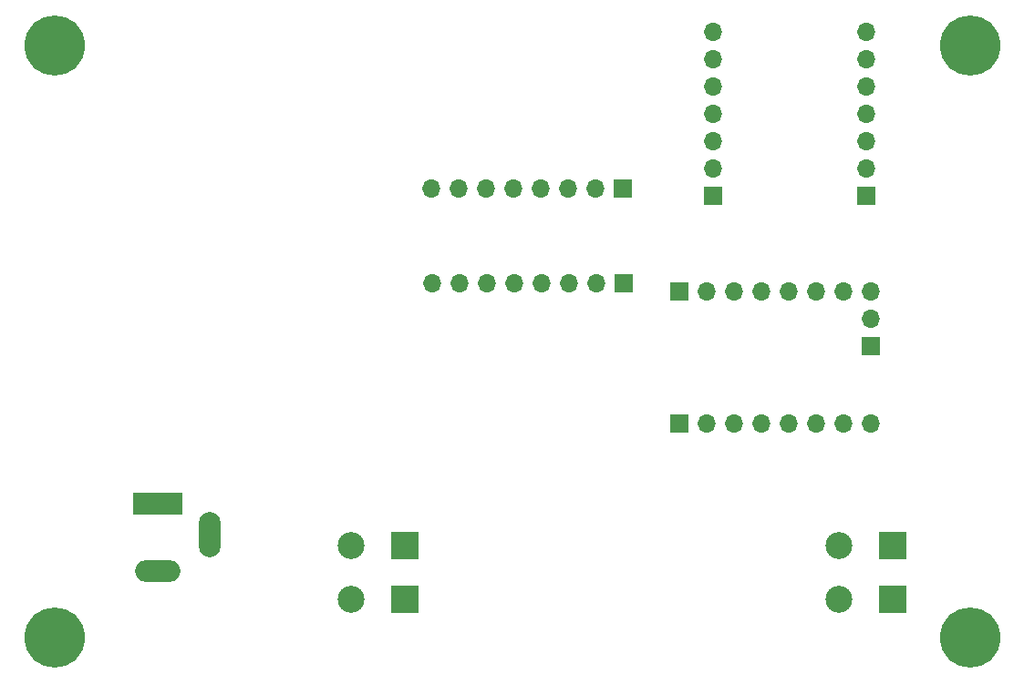
<source format=gbr>
%TF.GenerationSoftware,KiCad,Pcbnew,8.0.3*%
%TF.CreationDate,2024-07-18T15:34:31-04:00*%
%TF.ProjectId,DropGenPCB_FINAL,44726f70-4765-46e5-9043-425f46494e41,rev?*%
%TF.SameCoordinates,Original*%
%TF.FileFunction,Soldermask,Bot*%
%TF.FilePolarity,Negative*%
%FSLAX46Y46*%
G04 Gerber Fmt 4.6, Leading zero omitted, Abs format (unit mm)*
G04 Created by KiCad (PCBNEW 8.0.3) date 2024-07-18 15:34:31*
%MOMM*%
%LPD*%
G01*
G04 APERTURE LIST*
%ADD10O,1.700000X1.700000*%
%ADD11R,1.700000X1.700000*%
%ADD12R,2.500000X2.500000*%
%ADD13C,2.500000*%
%ADD14C,5.600000*%
%ADD15R,4.600000X2.000000*%
%ADD16O,4.200000X2.000000*%
%ADD17O,2.000000X4.200000*%
G04 APERTURE END LIST*
D10*
%TO.C,U1*%
X124311000Y-96294800D03*
X124311000Y-98834800D03*
X124311000Y-101374800D03*
X124311000Y-103914800D03*
X124311000Y-106454800D03*
X124311000Y-108994800D03*
D11*
X124311000Y-111534800D03*
X138535000Y-111534800D03*
D10*
X138535000Y-108994800D03*
X138535000Y-106454800D03*
X138535000Y-103914800D03*
X138535000Y-101374800D03*
X138535000Y-98834800D03*
X138535000Y-96294800D03*
%TD*%
D11*
%TO.C,U2*%
X121172400Y-132642100D03*
D10*
X123712400Y-132642100D03*
X126252400Y-132642100D03*
X128792400Y-132642100D03*
X131332400Y-132642100D03*
X133872400Y-132642100D03*
X136412400Y-132642100D03*
X138952400Y-132642100D03*
D11*
X138931200Y-125526700D03*
D10*
X138931200Y-122986700D03*
X138930400Y-120395900D03*
X136390400Y-120395900D03*
X133850400Y-120395900D03*
X131310400Y-120395900D03*
X128770400Y-120395900D03*
X126230400Y-120395900D03*
X123690400Y-120395900D03*
D11*
X121150400Y-120395900D03*
%TD*%
D12*
%TO.C,J5*%
X95700000Y-149000000D03*
X95700000Y-144000000D03*
D13*
X90700000Y-149000000D03*
X90700000Y-144000000D03*
%TD*%
D12*
%TO.C,J4*%
X141000000Y-149000000D03*
X141000000Y-144000000D03*
D13*
X136000000Y-149000000D03*
X136000000Y-144000000D03*
%TD*%
D14*
%TO.C,H4*%
X148144200Y-152583000D03*
%TD*%
D15*
%TO.C,J3*%
X72730600Y-140131800D03*
D16*
X72730600Y-146431800D03*
D17*
X77530600Y-143031800D03*
%TD*%
D14*
%TO.C,H3*%
X63144200Y-152583000D03*
%TD*%
%TO.C,H2*%
X63144200Y-97583000D03*
%TD*%
D10*
%TO.C,U3*%
X98187200Y-119617800D03*
X100727200Y-119617800D03*
X103267200Y-119617800D03*
X105807200Y-119617800D03*
X108347200Y-119617800D03*
X110887200Y-119617800D03*
X113427200Y-119617800D03*
D11*
X115967200Y-119617800D03*
X115925600Y-110820200D03*
D10*
X113385600Y-110820200D03*
X110845600Y-110820200D03*
X108305600Y-110820200D03*
X105765600Y-110820200D03*
X103225600Y-110820200D03*
X100685600Y-110820200D03*
X98145600Y-110820200D03*
%TD*%
D14*
%TO.C,H1*%
X148144200Y-97583000D03*
%TD*%
M02*

</source>
